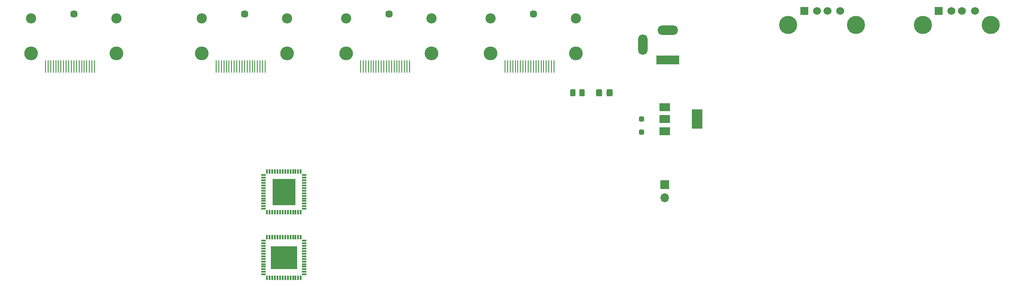
<source format=gbr>
%TF.GenerationSoftware,KiCad,Pcbnew,7.0.2*%
%TF.CreationDate,2023-08-06T23:13:36-03:00*%
%TF.ProjectId,KVM Project,4b564d20-5072-46f6-9a65-63742e6b6963,rev?*%
%TF.SameCoordinates,Original*%
%TF.FileFunction,Soldermask,Top*%
%TF.FilePolarity,Negative*%
%FSLAX46Y46*%
G04 Gerber Fmt 4.6, Leading zero omitted, Abs format (unit mm)*
G04 Created by KiCad (PCBNEW 7.0.2) date 2023-08-06 23:13:36*
%MOMM*%
%LPD*%
G01*
G04 APERTURE LIST*
G04 Aperture macros list*
%AMRoundRect*
0 Rectangle with rounded corners*
0 $1 Rounding radius*
0 $2 $3 $4 $5 $6 $7 $8 $9 X,Y pos of 4 corners*
0 Add a 4 corners polygon primitive as box body*
4,1,4,$2,$3,$4,$5,$6,$7,$8,$9,$2,$3,0*
0 Add four circle primitives for the rounded corners*
1,1,$1+$1,$2,$3*
1,1,$1+$1,$4,$5*
1,1,$1+$1,$6,$7*
1,1,$1+$1,$8,$9*
0 Add four rect primitives between the rounded corners*
20,1,$1+$1,$2,$3,$4,$5,0*
20,1,$1+$1,$4,$5,$6,$7,0*
20,1,$1+$1,$6,$7,$8,$9,0*
20,1,$1+$1,$8,$9,$2,$3,0*%
G04 Aperture macros list end*
%ADD10R,1.700000X1.700000*%
%ADD11O,1.700000X1.700000*%
%ADD12R,4.400000X1.800000*%
%ADD13O,4.000000X1.800000*%
%ADD14O,1.800000X4.000000*%
%ADD15RoundRect,0.250000X0.325000X0.450000X-0.325000X0.450000X-0.325000X-0.450000X0.325000X-0.450000X0*%
%ADD16C,1.450000*%
%ADD17R,0.280000X2.400000*%
%ADD18C,2.660000*%
%ADD19C,1.982000*%
%ADD20R,2.000000X1.500000*%
%ADD21R,2.000000X3.800000*%
%ADD22R,1.524000X1.524000*%
%ADD23C,1.524000*%
%ADD24C,3.500000*%
%ADD25RoundRect,0.008100X-0.421900X-0.126900X0.421900X-0.126900X0.421900X0.126900X-0.421900X0.126900X0*%
%ADD26RoundRect,0.008100X0.126900X-0.421900X0.126900X0.421900X-0.126900X0.421900X-0.126900X-0.421900X0*%
%ADD27R,5.200000X4.500000*%
%ADD28RoundRect,0.008100X0.421900X0.126900X-0.421900X0.126900X-0.421900X-0.126900X0.421900X-0.126900X0*%
%ADD29R,4.500000X5.200000*%
%ADD30RoundRect,0.250000X0.250000X-0.250000X0.250000X0.250000X-0.250000X0.250000X-0.250000X-0.250000X0*%
%ADD31RoundRect,0.250000X-0.262500X-0.450000X0.262500X-0.450000X0.262500X0.450000X-0.262500X0.450000X0*%
G04 APERTURE END LIST*
D10*
%TO.C,PWR1*%
X172720000Y-86360000D03*
D11*
X172720000Y-88900000D03*
%TD*%
D12*
%TO.C,PWR2*%
X173320000Y-62230000D03*
D13*
X173320000Y-56430000D03*
D14*
X168520000Y-59230000D03*
%TD*%
D15*
%TO.C,D1*%
X162070000Y-68580000D03*
X160020000Y-68580000D03*
%TD*%
D16*
%TO.C,DP_IN1*%
X91440000Y-53340000D03*
D17*
X85940000Y-63500000D03*
X86440000Y-63500000D03*
X86940000Y-63500000D03*
X87440000Y-63500000D03*
X87940000Y-63500000D03*
X88440000Y-63500000D03*
X88940000Y-63500000D03*
X89440000Y-63500000D03*
X89940000Y-63500000D03*
X90440000Y-63500000D03*
X90940000Y-63500000D03*
X91440000Y-63500000D03*
X91940000Y-63500000D03*
X92440000Y-63500000D03*
X92940000Y-63500000D03*
X93440000Y-63500000D03*
X93940000Y-63500000D03*
X94440000Y-63500000D03*
X94940000Y-63500000D03*
X95440000Y-63500000D03*
D18*
X99690000Y-60900000D03*
D19*
X99690000Y-54120000D03*
X83190000Y-54120000D03*
D18*
X83190000Y-60900000D03*
%TD*%
D16*
%TO.C,DP_IN3*%
X147320000Y-53340000D03*
D17*
X141820000Y-63500000D03*
X142320000Y-63500000D03*
X142820000Y-63500000D03*
X143320000Y-63500000D03*
X143820000Y-63500000D03*
X144320000Y-63500000D03*
X144820000Y-63500000D03*
X145320000Y-63500000D03*
X145820000Y-63500000D03*
X146320000Y-63500000D03*
X146820000Y-63500000D03*
X147320000Y-63500000D03*
X147820000Y-63500000D03*
X148320000Y-63500000D03*
X148820000Y-63500000D03*
X149320000Y-63500000D03*
X149820000Y-63500000D03*
X150320000Y-63500000D03*
X150820000Y-63500000D03*
X151320000Y-63500000D03*
D18*
X155570000Y-60900000D03*
D19*
X155570000Y-54120000D03*
X139070000Y-54120000D03*
D18*
X139070000Y-60900000D03*
%TD*%
D20*
%TO.C,U6*%
X172720000Y-71360000D03*
X172720000Y-73660000D03*
D21*
X179020000Y-73660000D03*
D20*
X172720000Y-75960000D03*
%TD*%
D16*
%TO.C,DP_IN2*%
X119380000Y-53340000D03*
D17*
X113880000Y-63500000D03*
X114380000Y-63500000D03*
X114880000Y-63500000D03*
X115380000Y-63500000D03*
X115880000Y-63500000D03*
X116380000Y-63500000D03*
X116880000Y-63500000D03*
X117380000Y-63500000D03*
X117880000Y-63500000D03*
X118380000Y-63500000D03*
X118880000Y-63500000D03*
X119380000Y-63500000D03*
X119880000Y-63500000D03*
X120380000Y-63500000D03*
X120880000Y-63500000D03*
X121380000Y-63500000D03*
X121880000Y-63500000D03*
X122380000Y-63500000D03*
X122880000Y-63500000D03*
X123380000Y-63500000D03*
D18*
X127630000Y-60900000D03*
D19*
X127630000Y-54120000D03*
X111130000Y-54120000D03*
D18*
X111130000Y-60900000D03*
%TD*%
D16*
%TO.C,DP_OUT1*%
X58420000Y-53340000D03*
D17*
X52920000Y-63500000D03*
X53420000Y-63500000D03*
X53920000Y-63500000D03*
X54420000Y-63500000D03*
X54920000Y-63500000D03*
X55420000Y-63500000D03*
X55920000Y-63500000D03*
X56420000Y-63500000D03*
X56920000Y-63500000D03*
X57420000Y-63500000D03*
X57920000Y-63500000D03*
X58420000Y-63500000D03*
X58920000Y-63500000D03*
X59420000Y-63500000D03*
X59920000Y-63500000D03*
X60420000Y-63500000D03*
X60920000Y-63500000D03*
X61420000Y-63500000D03*
X61920000Y-63500000D03*
X62420000Y-63500000D03*
D18*
X66670000Y-60900000D03*
D19*
X66670000Y-54120000D03*
X50170000Y-54120000D03*
D18*
X50170000Y-60900000D03*
%TD*%
D22*
%TO.C,USB_OUT1*%
X199700000Y-52692500D03*
D23*
X202200000Y-52692500D03*
X204200000Y-52692500D03*
X206700000Y-52692500D03*
D24*
X196630000Y-55402500D03*
X209770000Y-55402500D03*
%TD*%
D22*
%TO.C,USB_IN1*%
X225720000Y-52692500D03*
D23*
X228220000Y-52692500D03*
X230220000Y-52692500D03*
X232720000Y-52692500D03*
D24*
X222650000Y-55402500D03*
X235790000Y-55402500D03*
%TD*%
D25*
%TO.C,S2*%
X95125000Y-97205000D03*
X95125000Y-97705000D03*
X95125000Y-98205000D03*
X95125000Y-98705000D03*
X95125000Y-99205000D03*
X95125000Y-99705000D03*
X95125000Y-100205000D03*
X95125000Y-100705000D03*
X95125000Y-101205000D03*
X95125000Y-101705000D03*
X95125000Y-102205000D03*
X95125000Y-102705000D03*
X95125000Y-103205000D03*
X95125000Y-103705000D03*
D26*
X95810000Y-104390000D03*
X96310000Y-104390000D03*
X96810000Y-104390000D03*
X97310000Y-104390000D03*
X97810000Y-104390000D03*
X98310000Y-104390000D03*
X98810000Y-104390000D03*
X99310000Y-104390000D03*
X99810000Y-104390000D03*
X100310000Y-104390000D03*
X100810000Y-104390000D03*
X101310000Y-104390000D03*
X101810000Y-104390000D03*
X102310000Y-104390000D03*
D25*
X102995000Y-103705000D03*
X102995000Y-103205000D03*
X102995000Y-102705000D03*
X102995000Y-102205000D03*
X102995000Y-101705000D03*
X102995000Y-101205000D03*
X102995000Y-100705000D03*
X102995000Y-100205000D03*
X102995000Y-99705000D03*
X102995000Y-99205000D03*
X102995000Y-98705000D03*
X102995000Y-98205000D03*
X102995000Y-97705000D03*
X102995000Y-97205000D03*
D26*
X102310000Y-96520000D03*
X101810000Y-96520000D03*
X101310000Y-96520000D03*
X100810000Y-96520000D03*
X100310000Y-96520000D03*
X99810000Y-96520000D03*
X99310000Y-96520000D03*
X98810000Y-96520000D03*
X98310000Y-96520000D03*
X97810000Y-96520000D03*
X97310000Y-96520000D03*
X96810000Y-96520000D03*
X96310000Y-96520000D03*
X95810000Y-96520000D03*
D27*
X99060000Y-100455000D03*
%TD*%
D26*
%TO.C,S1*%
X95810000Y-91690000D03*
X96310000Y-91690000D03*
X96810000Y-91690000D03*
X97310000Y-91690000D03*
X97810000Y-91690000D03*
X98310000Y-91690000D03*
X98810000Y-91690000D03*
X99310000Y-91690000D03*
X99810000Y-91690000D03*
X100310000Y-91690000D03*
X100810000Y-91690000D03*
X101310000Y-91690000D03*
X101810000Y-91690000D03*
X102310000Y-91690000D03*
D28*
X102995000Y-91005000D03*
X102995000Y-90505000D03*
X102995000Y-90005000D03*
X102995000Y-89505000D03*
X102995000Y-89005000D03*
X102995000Y-88505000D03*
X102995000Y-88005000D03*
X102995000Y-87505000D03*
X102995000Y-87005000D03*
X102995000Y-86505000D03*
X102995000Y-86005000D03*
X102995000Y-85505000D03*
X102995000Y-85005000D03*
X102995000Y-84505000D03*
D26*
X102310000Y-83820000D03*
X101810000Y-83820000D03*
X101310000Y-83820000D03*
X100810000Y-83820000D03*
X100310000Y-83820000D03*
X99810000Y-83820000D03*
X99310000Y-83820000D03*
X98810000Y-83820000D03*
X98310000Y-83820000D03*
X97810000Y-83820000D03*
X97310000Y-83820000D03*
X96810000Y-83820000D03*
X96310000Y-83820000D03*
X95810000Y-83820000D03*
D28*
X95125000Y-84505000D03*
X95125000Y-85005000D03*
X95125000Y-85505000D03*
X95125000Y-86005000D03*
X95125000Y-86505000D03*
X95125000Y-87005000D03*
X95125000Y-87505000D03*
X95125000Y-88005000D03*
X95125000Y-88505000D03*
X95125000Y-89005000D03*
X95125000Y-89505000D03*
X95125000Y-90005000D03*
X95125000Y-90505000D03*
X95125000Y-91005000D03*
D29*
X99060000Y-87755000D03*
%TD*%
D30*
%TO.C,D11*%
X168250000Y-76160000D03*
X168250000Y-73660000D03*
%TD*%
D31*
%TO.C,R1*%
X154940000Y-68580000D03*
X156765000Y-68580000D03*
%TD*%
M02*

</source>
